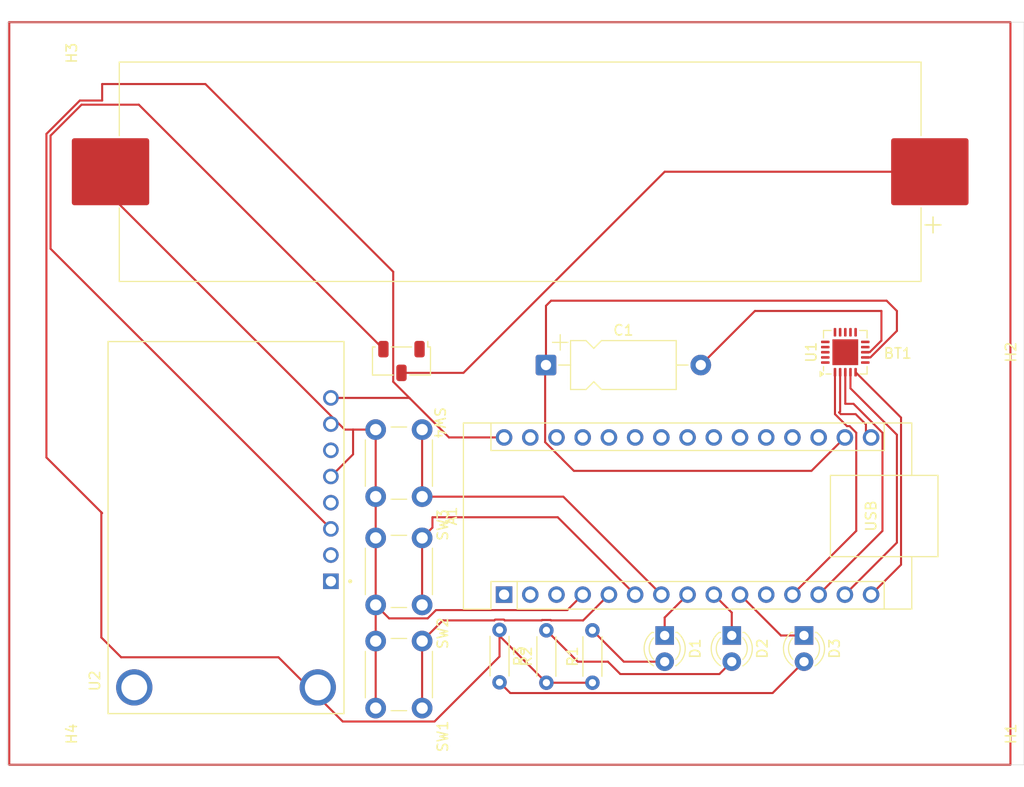
<source format=kicad_pcb>
(kicad_pcb (version 20241229) (generator "pcbnew") (generator_version "9.0")
  (layers (0 "F.Cu" signal) (2 "B.Cu" signal) (13 "F.Paste" user) (15 "B.Paste" user) (5 "F.SilkS" user "F.Silkscreen") (7 "B.SilkS" user "B.Silkscreen") (1 "F.Mask" user) (3 "B.Mask" user) (25 "Edge.Cuts" user))
  (net 0 "")
  (net 1 "Net-(A1-D5)")
  (net 2 "Net-(A1-D7)")
  (net 3 "Net-(A1-D11)")
  (net 9 "Net-(A1-D2)")
  (net 10 "Net-(A1-D12)")
  (net 13 "Net-(A1-D13)")
  (net 15 "Net-(A1-D6)")
  (net 17 "Net-(A1-D10)")
  (net 19 "Net-(A1-VIN)")
  (net 20 "Net-(A1-D3)")
  (net 22 "Net-(A1-3V3)")
  (net 25 "Net-(A1-D4)")
  (net 26 "Net-(A1-D9)")
  (net 29 "GND")
  (net 31 "Net-(BT1-+)")
  (net 32 "Net-(C1-Pad2)")
  (net 33 "Net-(D1-A)")
  (net 34 "Net-(D2-A)")
  (net 35 "Net-(D3-A)")
  (net 36 "Net-(SW4-A)")
  (footprint "Battery:BatteryHolder_Keystone_1042_1x18650" (layer "F.Cu") (at 146.69 77.5 180)
    (property "Reference" "BT1" (at -36.58 -17.615 0) (layer "F.SilkS"))
    (property "Value" "3.7V")
    (fp_line (start 38.84 3.5) (end 38.84 10.635) (stroke (width 0.12)) (layer "F.SilkS"))
    (fp_line (start 38.84 -10.635) (end 38.84 -3.5) (stroke (width 0.12)) (layer "F.SilkS"))
    (fp_line (start -38.84 10.635) (end 38.84 10.635) (stroke (width 0.12)) (layer "F.SilkS"))
    (fp_line (start -38.84 3.5) (end -38.84 10.635) (stroke (width 0.12)) (layer "F.SilkS"))
    (fp_line (start -38.84 -10.635) (end 38.84 -10.635) (stroke (width 0.12)) (layer "F.SilkS"))
    (fp_line (start -38.84 -10.635) (end -38.84 -3.5) (stroke (width 0.12)) (layer "F.SilkS"))
    (fp_text user "+" (at -40 -5 0) (layer "F.SilkS") (effects (font (size 2 2))))
    (pad "" np_thru_hole circle (at -36.13 -8 180) (size 2.39 2.39) (drill 2.39) (layers "*.Cu" "*.Mask"))
    (pad "" np_thru_hole circle (at -27.62 8 180) (size 3.45 3.45) (drill 3.45) (layers "*.Cu" "*.Mask"))
    (pad "" np_thru_hole circle (at 27.62 -8 180) (size 3.45 3.45) (drill 3.45) (layers "*.Cu" "*.Mask"))
    (pad "1" smd roundrect (at -39.69 0 180) (size 7.5 6.5) (layers "F.Cu" "F.Mask" "F.Paste") (roundrect_rratio 0.038462) (net 31 "Net-(BT1-+)"))
    (pad "2" smd roundrect (at 39.69 0 180) (size 7.5 6.5) (layers "F.Cu" "F.Mask" "F.Paste") (roundrect_rratio 0.038462) (net 29 "GND"))
  )
  (footprint "LED_THT:LED_D3.0mm" (layer "F.Cu") (at 167.19 122.46 -90)
    (property "Reference" "D2" (at 1.27 -2.96 90) (layer "F.SilkS"))
    (property "Value" "LED")
    (fp_line (start -0.29 1.08) (end -0.29 1.236) (stroke (width 0.12)) (layer "F.SilkS"))
    (fp_line (start -0.29 -1.236) (end -0.29 -1.08) (stroke (width 0.12)) (layer "F.SilkS"))
    (fp_arc (start 2.310961 1.08) (mid 1.27 1.5) (end 0.229039 1.08) (stroke (width 0.12)) (layer "F.SilkS"))
    (fp_arc (start 2.941437 1.08) (mid 1.36566 1.987699) (end -0.29 1.235516) (stroke (width 0.12)) (layer "F.SilkS"))
    (fp_arc (start 0.229039 -1.08) (mid 1.27 -1.5) (end 2.310961 -1.08) (stroke (width 0.12)) (layer "F.SilkS"))
    (fp_arc (start -0.29 -1.235516) (mid 1.36566 -1.987699) (end 2.941437 -1.08) (stroke (width 0.12)) (layer "F.SilkS"))
    (pad "1" thru_hole rect (at 0 0 270) (size 1.8 1.8) (drill 0.9) (layers "*.Cu" "*.Mask") (net 15 "Net-(A1-D6)"))
    (pad "2" thru_hole circle (at 2.54 0 270) (size 1.8 1.8) (drill 0.9) (layers "*.Cu" "*.Mask") (net 34 "Net-(D2-A)"))
  )
  (footprint "Button_Switch_SMD:Nidec_Copal_CAS-120A" (layer "F.Cu") (at 135.19 95.85 -90)
    (property "Reference" "SW4" (at 6 -3.7 270) (layer "F.SilkS"))
    (property "Value" "SW_Nidec_CAS-120A1")
    (fp_line (start -1.36 2.81) (end -1.36 2.55) (stroke (width 0.12)) (layer "F.SilkS"))
    (fp_line (start 1.35 2.81) (end -1.35 2.81) (stroke (width 0.12)) (layer "F.SilkS"))
    (fp_line (start 1.36 0.8) (end 1.36 2.81) (stroke (width 0.12)) (layer "F.SilkS"))
    (fp_line (start -1.36 -0.98) (end -1.36 0.98) (stroke (width 0.12)) (layer "F.SilkS"))
    (fp_line (start -1.36 -2.55) (end -1.9 -2.55) (stroke (width 0.12)) (layer "F.SilkS"))
    (fp_line (start -1.36 -2.55) (end -1.36 -2.8) (stroke (width 0.12)) (layer "F.SilkS"))
    (fp_line (start -1.36 -2.81) (end 1.36 -2.81) (stroke (width 0.12)) (layer "F.SilkS"))
    (fp_line (start 1.36 -2.81) (end 1.36 -0.8) (stroke (width 0.12)) (layer "F.SilkS"))
    (pad "1" smd roundrect (at -1.15 -1.75 180) (size 1 1.6) (layers "F.Cu" "F.Mask" "F.Paste"))
    (pad "2" smd roundrect (at 1.15 0 180) (size 1 1.6) (layers "F.Cu" "F.Mask" "F.Paste") (net 31 "Net-(BT1-+)"))
    (pad "3" smd roundrect (at -1.15 1.75 180) (size 1 1.6) (layers "F.Cu" "F.Mask" "F.Paste") (net 36 "Net-(SW4-A)"))
  )
  (footprint "Resistor_THT:R_Axial_DIN0204_L3.6mm_D1.6mm_P5.08mm_Horizontal" (layer "F.Cu") (at 149.23 127.04 90)
    (property "Reference" "R2" (at 2.54 -1.92 90) (layer "F.SilkS"))
    (property "Value" "330R")
    (fp_line (start 0.62 -0.92) (end 4.46 -0.92) (stroke (width 0.12)) (layer "F.SilkS"))
    (fp_line (start 0.62 0.92) (end 4.46 0.92) (stroke (width 0.12)) (layer "F.SilkS"))
    (pad "1" thru_hole circle (at 0 0 90) (size 1.4 1.4) (drill 0.7) (layers "*.Cu" "*.Mask") (net 19 "Net-(A1-VIN)"))
    (pad "2" thru_hole circle (at 5.08 0 90) (size 1.4 1.4) (drill 0.7) (layers "*.Cu" "*.Mask") (net 34 "Net-(D2-A)"))
  )
  (footprint "Capacitor_THT:CP_Axial_L10.0mm_D4.5mm_P15.00mm_Horizontal" (layer "F.Cu") (at 149.19 96.2425)
    (property "Reference" "C1" (at 7.5 -3.37 0) (layer "F.SilkS"))
    (property "Value" "10uf")
    (fp_line (start 0.63 -2.2) (end 2.13 -2.2) (stroke (width 0.12)) (layer "F.SilkS"))
    (fp_line (start 1.24 0) (end 2.38 0) (stroke (width 0.12)) (layer "F.SilkS"))
    (fp_line (start 1.38 -2.95) (end 1.38 -1.45) (stroke (width 0.12)) (layer "F.SilkS"))
    (fp_line (start 2.38 -2.37) (end 2.38 2.37) (stroke (width 0.12)) (layer "F.SilkS"))
    (fp_line (start 2.38 -2.37) (end 3.88 -2.37) (stroke (width 0.12)) (layer "F.SilkS"))
    (fp_line (start 2.38 2.37) (end 3.88 2.37) (stroke (width 0.12)) (layer "F.SilkS"))
    (fp_line (start 3.88 -2.37) (end 4.63 -1.62) (stroke (width 0.12)) (layer "F.SilkS"))
    (fp_line (start 3.88 2.37) (end 4.63 1.62) (stroke (width 0.12)) (layer "F.SilkS"))
    (fp_line (start 4.63 -1.62) (end 5.38 -2.37) (stroke (width 0.12)) (layer "F.SilkS"))
    (fp_line (start 4.63 1.62) (end 5.38 2.37) (stroke (width 0.12)) (layer "F.SilkS"))
    (fp_line (start 5.38 -2.37) (end 12.62 -2.37) (stroke (width 0.12)) (layer "F.SilkS"))
    (fp_line (start 5.38 2.37) (end 12.62 2.37) (stroke (width 0.12)) (layer "F.SilkS"))
    (fp_line (start 12.62 -2.37) (end 12.62 2.37) (stroke (width 0.12)) (layer "F.SilkS"))
    (fp_line (start 13.76 0) (end 12.62 0) (stroke (width 0.12)) (layer "F.SilkS"))
    (pad "1" thru_hole roundrect (at 0 0) (size 2 2) (drill 1) (layers "*.Cu" "*.Mask") (roundrect_rratio 0.125) (net 22 "Net-(A1-3V3)"))
    (pad "2" thru_hole circle (at 15 0) (size 2 2) (drill 1) (layers "*.Cu" "*.Mask") (net 32 "Net-(C1-Pad2)"))
  )
  (footprint "Button_Switch_THT:SW_PUSH_6mm_H5mm" (layer "F.Cu") (at 137.19 123 -90)
    (property "Reference" "SW1" (at 9.25 -2 90) (layer "F.SilkS"))
    (property "Value" "SW_Push")
    (fp_line (start 1 5.5) (end 5.5 5.5) (stroke (width 0.12)) (layer "F.SilkS"))
    (fp_line (start 6.75 3) (end 6.75 1.5) (stroke (width 0.12)) (layer "F.SilkS"))
    (fp_line (start -0.25 1.5) (end -0.25 3) (stroke (width 0.12)) (layer "F.SilkS"))
    (fp_line (start 5.5 -1) (end 1 -1) (stroke (width 0.12)) (layer "F.SilkS"))
    (pad "1" thru_hole circle (at 0 0) (size 2 2) (drill 1.1) (layers "*.Cu" "*.Mask") (net 9 "Net-(A1-D2)"))
    (pad "1" thru_hole circle (at 6.5 0) (size 2 2) (drill 1.1) (layers "*.Cu" "*.Mask") (net 9 "Net-(A1-D2)"))
    (pad "2" thru_hole circle (at 0 4.5) (size 2 2) (drill 1.1) (layers "*.Cu" "*.Mask") (net 29 "GND"))
    (pad "2" thru_hole circle (at 6.5 4.5) (size 2 2) (drill 1.1) (layers "*.Cu" "*.Mask") (net 29 "GND"))
  )
  (footprint "Button_Switch_THT:SW_PUSH_6mm_H5mm" (layer "F.Cu") (at 137.19 113 -90)
    (property "Reference" "SW2" (at 9.25 -2 90) (layer "F.SilkS"))
    (property "Value" "SW_Push")
    (fp_line (start 1 5.5) (end 5.5 5.5) (stroke (width 0.12)) (layer "F.SilkS"))
    (fp_line (start 6.75 3) (end 6.75 1.5) (stroke (width 0.12)) (layer "F.SilkS"))
    (fp_line (start -0.25 1.5) (end -0.25 3) (stroke (width 0.12)) (layer "F.SilkS"))
    (fp_line (start 5.5 -1) (end 1 -1) (stroke (width 0.12)) (layer "F.SilkS"))
    (pad "1" thru_hole circle (at 0 0) (size 2 2) (drill 1.1) (layers "*.Cu" "*.Mask") (net 20 "Net-(A1-D3)"))
    (pad "1" thru_hole circle (at 6.5 0) (size 2 2) (drill 1.1) (layers "*.Cu" "*.Mask") (net 20 "Net-(A1-D3)"))
    (pad "2" thru_hole circle (at 0 4.5) (size 2 2) (drill 1.1) (layers "*.Cu" "*.Mask") (net 29 "GND"))
    (pad "2" thru_hole circle (at 6.5 4.5) (size 2 2) (drill 1.1) (layers "*.Cu" "*.Mask") (net 29 "GND"))
  )
  (footprint "Button_Switch_THT:SW_PUSH_6mm_H5mm" (layer "F.Cu") (at 137.19 102.5 -90)
    (property "Reference" "SW3" (at 9.25 -2 90) (layer "F.SilkS"))
    (property "Value" "SW_Push")
    (fp_line (start 1 5.5) (end 5.5 5.5) (stroke (width 0.12)) (layer "F.SilkS"))
    (fp_line (start 6.75 3) (end 6.75 1.5) (stroke (width 0.12)) (layer "F.SilkS"))
    (fp_line (start -0.25 1.5) (end -0.25 3) (stroke (width 0.12)) (layer "F.SilkS"))
    (fp_line (start 5.5 -1) (end 1 -1) (stroke (width 0.12)) (layer "F.SilkS"))
    (pad "1" thru_hole circle (at 0 0) (size 2 2) (drill 1.1) (layers "*.Cu" "*.Mask") (net 25 "Net-(A1-D4)"))
    (pad "1" thru_hole circle (at 6.5 0) (size 2 2) (drill 1.1) (layers "*.Cu" "*.Mask") (net 25 "Net-(A1-D4)"))
    (pad "2" thru_hole circle (at 0 4.5) (size 2 2) (drill 1.1) (layers "*.Cu" "*.Mask") (net 29 "GND"))
    (pad "2" thru_hole circle (at 6.5 4.5) (size 2 2) (drill 1.1) (layers "*.Cu" "*.Mask") (net 29 "GND"))
  )
  (footprint "Package_DFN_QFN:QFN-20-1EP_4x4mm_P0.5mm_EP2.5x2.5mm" (layer "F.Cu") (at 178.19 95 90)
    (property "Reference" "U1" (at 0 -3.3 90) (layer "F.SilkS"))
    (property "Value" "NRF24L01")
    (fp_line (start 2.11 -2.11) (end 2.11 -1.385) (stroke (width 0.12)) (layer "F.SilkS"))
    (fp_line (start 1.385 -2.11) (end 2.11 -2.11) (stroke (width 0.12)) (layer "F.SilkS"))
    (fp_line (start -1.385 -2.11) (end -1.81 -2.11) (stroke (width 0.12)) (layer "F.SilkS"))
    (fp_line (start -2.11 -1.385) (end -2.11 -1.87) (stroke (width 0.12)) (layer "F.SilkS"))
    (fp_line (start 2.11 2.11) (end 2.11 1.385) (stroke (width 0.12)) (layer "F.SilkS"))
    (fp_line (start 1.385 2.11) (end 2.11 2.11) (stroke (width 0.12)) (layer "F.SilkS"))
    (fp_line (start -1.385 2.11) (end -2.11 2.11) (stroke (width 0.12)) (layer "F.SilkS"))
    (fp_line (start -2.11 2.11) (end -2.11 1.385) (stroke (width 0.12)) (layer "F.SilkS"))
    (fp_poly (pts (xy -2.11 -2.11) (xy -2.35 -2.44) (xy -1.87 -2.44)) (stroke (width 0.12)) (fill yes) (layer "F.SilkS"))
    (pad "1" smd roundrect (at -1.9375 -1 90) (size 0.825 0.25) (layers "F.Cu" "F.Mask" "F.Paste") (net 26 "Net-(A1-D9)"))
    (pad "2" smd roundrect (at -1.9375 -0.5 90) (size 0.825 0.25) (layers "F.Cu" "F.Mask" "F.Paste") (net 13 "Net-(A1-D13)"))
    (pad "3" smd roundrect (at -1.9375 0 90) (size 0.825 0.25) (layers "F.Cu" "F.Mask" "F.Paste") (net 17 "Net-(A1-D10)"))
    (pad "4" smd roundrect (at -1.9375 0.5 90) (size 0.825 0.25) (layers "F.Cu" "F.Mask" "F.Paste") (net 3 "Net-(A1-D11)"))
    (pad "5" smd roundrect (at -1.9375 1 90) (size 0.825 0.25) (layers "F.Cu" "F.Mask" "F.Paste") (net 10 "Net-(A1-D12)"))
    (pad "6" smd roundrect (at -1 1.9375 90) (size 0.25 0.825) (layers "F.Cu" "F.Mask" "F.Paste"))
    (pad "7" smd roundrect (at -0.5 1.9375 90) (size 0.25 0.825) (layers "F.Cu" "F.Mask" "F.Paste") (net 22 "Net-(A1-3V3)"))
    (pad "8" smd roundrect (at 0 1.9375 90) (size 0.25 0.825) (layers "F.Cu" "F.Mask" "F.Paste") (net 32 "Net-(C1-Pad2)"))
    (pad "9" smd roundrect (at 0.5 1.9375 90) (size 0.25 0.825) (layers "F.Cu" "F.Mask" "F.Paste"))
    (pad "10" smd roundrect (at 1 1.9375 90) (size 0.25 0.825) (layers "F.Cu" "F.Mask" "F.Paste"))
    (pad "11" smd roundrect (at 1.9375 1 90) (size 0.825 0.25) (layers "F.Cu" "F.Mask" "F.Paste"))
    (pad "12" smd roundrect (at 1.9375 0.5 90) (size 0.825 0.25) (layers "F.Cu" "F.Mask" "F.Paste"))
    (pad "13" smd roundrect (at 1.9375 0 90) (size 0.825 0.25) (layers "F.Cu" "F.Mask" "F.Paste"))
    (pad "14" smd roundrect (at 1.9375 -0.5 90) (size 0.825 0.25) (layers "F.Cu" "F.Mask" "F.Paste"))
    (pad "15" smd roundrect (at 1.9375 -1 90) (size 0.825 0.25) (layers "F.Cu" "F.Mask" "F.Paste"))
    (pad "16" smd roundrect (at 1 -1.9375 90) (size 0.25 0.825) (layers "F.Cu" "F.Mask" "F.Paste"))
    (pad "17" smd roundrect (at 0.5 -1.9375 90) (size 0.25 0.825) (layers "F.Cu" "F.Mask" "F.Paste"))
    (pad "18" smd roundrect (at 0 -1.9375 90) (size 0.25 0.825) (layers "F.Cu" "F.Mask" "F.Paste"))
    (pad "19" smd roundrect (at -0.5 -1.9375 90) (size 0.25 0.825) (layers "F.Cu" "F.Mask" "F.Paste"))
    (pad "20" smd roundrect (at -1 -1.9375 90) (size 0.25 0.825) (layers "F.Cu" "F.Mask" "F.Paste"))
    (pad "21" smd rect (at 0 0 90) (size 2.5 2.5) (property pad_prop_heatsink) (layers "F.Cu" "F.Mask"))
  )
  (footprint "MountingHole:MountingHole_2.1mm" (layer "F.Cu") (at 191.19 95 -90)
    (property "Reference" "H2" (at 0 -3.05 90) (layer "F.SilkS"))
    (property "Value" "MountingHole")
    (pad "" np_thru_hole circle (at 0 0 270) (size 2.1 2.1) (drill 2.1) (layers "*.Cu" "*.Mask"))
  )
  (footprint "LED_THT:LED_D3.0mm" (layer "F.Cu") (at 174.19 122.46 -90)
    (property "Reference" "D3" (at 1.27 -2.96 90) (layer "F.SilkS"))
    (property "Value" "LED")
    (fp_line (start -0.29 1.08) (end -0.29 1.236) (stroke (width 0.12)) (layer "F.SilkS"))
    (fp_line (start -0.29 -1.236) (end -0.29 -1.08) (stroke (width 0.12)) (layer "F.SilkS"))
    (fp_arc (start 2.310961 1.08) (mid 1.27 1.5) (end 0.229039 1.08) (stroke (width 0.12)) (layer "F.SilkS"))
    (fp_arc (start 2.941437 1.08) (mid 1.36566 1.987699) (end -0.29 1.235516) (stroke (width 0.12)) (layer "F.SilkS"))
    (fp_arc (start 0.229039 -1.08) (mid 1.27 -1.5) (end 2.310961 -1.08) (stroke (width 0.12)) (layer "F.SilkS"))
    (fp_arc (start -0.29 -1.235516) (mid 1.36566 -1.987699) (end 2.941437 -1.08) (stroke (width 0.12)) (layer "F.SilkS"))
    (pad "1" thru_hole rect (at 0 0 270) (size 1.8 1.8) (drill 0.9) (layers "*.Cu" "*.Mask") (net 2 "Net-(A1-D7)"))
    (pad "2" thru_hole circle (at 2.54 0 270) (size 1.8 1.8) (drill 0.9) (layers "*.Cu" "*.Mask") (net 35 "Net-(D3-A)"))
  )
  (footprint "MountingHole:MountingHole_2.1mm" (layer "F.Cu") (at 100.19 66 -90)
    (property "Reference" "H3" (at 0 -3.05 90) (layer "F.SilkS"))
    (property "Value" "MountingHole")
    (pad "" np_thru_hole circle (at 0 0 270) (size 2.1 2.1) (drill 2.1) (layers "*.Cu" "*.Mask"))
  )
  (footprint "MountingHole:MountingHole_2.1mm" (layer "F.Cu") (at 191.19 132 -90)
    (property "Reference" "H1" (at 0 -3.05 90) (layer "F.SilkS"))
    (property "Value" "MountingHole")
    (pad "" np_thru_hole circle (at 0 0 270) (size 2.1 2.1) (drill 2.1) (layers "*.Cu" "*.Mask"))
  )
  (footprint "2465:MODULE_2465" (layer "F.Cu") (at 118.19 112 90)
    (property "Reference" "U2" (at -14.859 -12.705 90) (layer "F.SilkS"))
    (property "Value" "2465")
    (fp_line (start 18.034 -11.43) (end 18.034 11.43) (stroke (width 0.127)) (layer "F.SilkS"))
    (fp_line (start -18.034 -11.43) (end 18.034 -11.43) (stroke (width 0.127)) (layer "F.SilkS"))
    (fp_line (start 18.034 11.43) (end -18.034 11.43) (stroke (width 0.127)) (layer "F.SilkS"))
    (fp_line (start -18.034 11.43) (end -18.034 -11.43) (stroke (width 0.127)) (layer "F.SilkS"))
    (fp_circle (center -5.207 12.03) (end -5.107 12.03) (stroke (width 0.2)) (fill no) (layer "F.SilkS"))
    (pad "1" thru_hole rect (at -5.207 10.16 90) (size 1.508 1.508) (drill 1) (layers "*.Cu" "*.Mask"))
    (pad "2" thru_hole circle (at -2.667 10.16 90) (size 1.508 1.508) (drill 1) (layers "*.Cu" "*.Mask"))
    (pad "3" thru_hole circle (at -0.127 10.16 90) (size 1.508 1.508) (drill 1) (layers "*.Cu" "*.Mask") (net 36 "Net-(SW4-A)"))
    (pad "4" thru_hole circle (at 2.413 10.16 90) (size 1.508 1.508) (drill 1) (layers "*.Cu" "*.Mask"))
    (pad "5" thru_hole circle (at 4.953 10.16 90) (size 1.508 1.508) (drill 1) (layers "*.Cu" "*.Mask") (net 29 "GND"))
    (pad "6" thru_hole circle (at 7.493 10.16 90) (size 1.508 1.508) (drill 1) (layers "*.Cu" "*.Mask"))
    (pad "7" thru_hole circle (at 10.033 10.16 90) (size 1.508 1.508) (drill 1) (layers "*.Cu" "*.Mask") (net 29 "GND"))
    (pad "8" thru_hole circle (at 12.573 10.16 90) (size 1.508 1.508) (drill 1) (layers "*.Cu" "*.Mask") (net 19 "Net-(A1-VIN)"))
    (pad "P1" thru_hole circle (at -15.494 8.89 90) (size 3.516 3.516) (drill 2.5) (layers "*.Cu" "*.Mask"))
    (pad "P2" thru_hole circle (at -15.494 -8.89 90) (size 3.516 3.516) (drill 2.5) (layers "*.Cu" "*.Mask"))
  )
  (footprint "MountingHole:MountingHole_2.1mm" (layer "F.Cu") (at 100.19 132 -90)
    (property "Reference" "H4" (at 0 -3.05 90) (layer "F.SilkS"))
    (property "Value" "MountingHole")
    (pad "" np_thru_hole circle (at 0 0 270) (size 2.1 2.1) (drill 2.1) (layers "*.Cu" "*.Mask"))
  )
  (footprint "LED_THT:LED_D3.0mm" (layer "F.Cu") (at 160.69 122.46 -90)
    (property "Reference" "D1" (at 1.27 -2.96 90) (layer "F.SilkS"))
    (property "Value" "LED")
    (fp_line (start -0.29 1.08) (end -0.29 1.236) (stroke (width 0.12)) (layer "F.SilkS"))
    (fp_line (start -0.29 -1.236) (end -0.29 -1.08) (stroke (width 0.12)) (layer "F.SilkS"))
    (fp_arc (start 2.310961 1.08) (mid 1.27 1.5) (end 0.229039 1.08) (stroke (width 0.12)) (layer "F.SilkS"))
    (fp_arc (start 2.941437 1.08) (mid 1.36566 1.987699) (end -0.29 1.235516) (stroke (width 0.12)) (layer "F.SilkS"))
    (fp_arc (start 0.229039 -1.08) (mid 1.27 -1.5) (end 2.310961 -1.08) (stroke (width 0.12)) (layer "F.SilkS"))
    (fp_arc (start -0.29 -1.235516) (mid 1.36566 -1.987699) (end 2.941437 -1.08) (stroke (width 0.12)) (layer "F.SilkS"))
    (pad "1" thru_hole rect (at 0 0 270) (size 1.8 1.8) (drill 0.9) (layers "*.Cu" "*.Mask") (net 1 "Net-(A1-D5)"))
    (pad "2" thru_hole circle (at 2.54 0 270) (size 1.8 1.8) (drill 0.9) (layers "*.Cu" "*.Mask") (net 33 "Net-(D1-A)"))
  )
  (footprint "Resistor_THT:R_Axial_DIN0204_L3.6mm_D1.6mm_P5.08mm_Horizontal" (layer "F.Cu") (at 144.69 121.92 -90)
    (property "Reference" "R3" (at 2.54 -1.92 90) (layer "F.SilkS"))
    (property "Value" "330R")
    (fp_line (start 0.62 0.92) (end 4.46 0.92) (stroke (width 0.12)) (layer "F.SilkS"))
    (fp_line (start 0.62 -0.92) (end 4.46 -0.92) (stroke (width 0.12)) (layer "F.SilkS"))
    (pad "1" thru_hole circle (at 0 0 270) (size 1.4 1.4) (drill 0.7) (layers "*.Cu" "*.Mask") (net 19 "Net-(A1-VIN)"))
    (pad "2" thru_hole circle (at 5.08 0 270) (size 1.4 1.4) (drill 0.7) (layers "*.Cu" "*.Mask") (net 35 "Net-(D3-A)"))
  )
  (footprint "Module:Arduino_Nano" (layer "F.Cu") (at 145.13 118.5 90)
    (property "Reference" "A1" (at 7.62 -5.08 90) (layer "F.SilkS"))
    (property "Value" "Arduino_Nano_v3.x")
    (fp_line (start 16.64 -3.94) (end -1.4 -3.94) (stroke (width 0.12)) (layer "F.SilkS"))
    (fp_line (start -1.4 -3.94) (end -1.4 -1.27) (stroke (width 0.12)) (layer "F.SilkS"))
    (fp_line (start 13.97 -1.27) (end 16.64 -1.27) (stroke (width 0.12)) (layer "F.SilkS"))
    (fp_line (start 13.97 -1.27) (end 13.97 36.83) (stroke (width 0.12)) (layer "F.SilkS"))
    (fp_line (start 1.27 -1.27) (end -1.4 -1.27) (stroke (width 0.12)) (layer "F.SilkS"))
    (fp_line (start 1.27 1.27) (end 1.27 -1.27) (stroke (width 0.12)) (layer "F.SilkS"))
    (fp_line (start 1.27 1.27) (end -1.4 1.27) (stroke (width 0.12)) (layer "F.SilkS"))
    (fp_line (start 1.27 1.27) (end 1.27 36.83) (stroke (width 0.12)) (layer "F.SilkS"))
    (fp_line (start -1.4 1.27) (end -1.4 39.5) (stroke (width 0.12)) (layer "F.SilkS"))
    (fp_line (start 11.56 31.62) (end 11.56 42.04) (stroke (width 0.12)) (layer "F.SilkS"))
    (fp_line (start 3.68 31.62) (end 11.56 31.62) (stroke (width 0.12)) (layer "F.SilkS"))
    (fp_line (start 13.97 36.83) (end 16.64 36.83) (stroke (width 0.12)) (layer "F.SilkS"))
    (fp_line (start 1.27 36.83) (end -1.4 36.83) (stroke (width 0.12)) (layer "F.SilkS"))
    (fp_line (start 16.64 39.5) (end 16.64 -3.94) (stroke (width 0.12)) (layer "F.SilkS"))
    (fp_line (start 16.64 39.5) (end 11.56 39.5) (stroke (width 0.12)) (layer "F.SilkS"))
    (fp_line (start -1.4 39.5) (end 3.68 39.5) (stroke (width 0.12)) (layer "F.SilkS"))
    (fp_line (start 11.56 42.04) (end 3.68 42.04) (stroke (width 0.12)) (layer "F.SilkS"))
    (fp_line (start 3.68 42.04) (end 3.68 31.62) (stroke (width 0.12)) (layer "F.SilkS"))
    (fp_text user "USB" (at 7.62 35.56 90) (layer "F.SilkS"))
    (pad "1" thru_hole rect (at 0 0 90) (size 1.6 1.6) (drill 1) (layers "*.Cu" "*.Mask"))
    (pad "2" thru_hole oval (at 0 2.54 90) (size 1.6 1.6) (drill 1) (layers "*.Cu" "*.Mask"))
    (pad "3" thru_hole oval (at 0 5.08 90) (size 1.6 1.6) (drill 1) (layers "*.Cu" "*.Mask"))
    (pad "4" thru_hole oval (at 0 7.62 90) (size 1.6 1.6) (drill 1) (layers "*.Cu" "*.Mask") (net 29 "GND"))
    (pad "5" thru_hole oval (at 0 10.16 90) (size 1.6 1.6) (drill 1) (layers "*.Cu" "*.Mask") (net 9 "Net-(A1-D2)"))
    (pad "6" thru_hole oval (at 0 12.7 90) (size 1.6 1.6) (drill 1) (layers "*.Cu" "*.Mask") (net 20 "Net-(A1-D3)"))
    (pad "7" thru_hole oval (at 0 15.24 90) (size 1.6 1.6) (drill 1) (layers "*.Cu" "*.Mask") (net 25 "Net-(A1-D4)"))
    (pad "8" thru_hole oval (at 0 17.78 90) (size 1.6 1.6) (drill 1) (layers "*.Cu" "*.Mask") (net 1 "Net-(A1-D5)"))
    (pad "9" thru_hole oval (at 0 20.32 90) (size 1.6 1.6) (drill 1) (layers "*.Cu" "*.Mask") (net 15 "Net-(A1-D6)"))
    (pad "10" thru_hole oval (at 0 22.86 90) (size 1.6 1.6) (drill 1) (layers "*.Cu" "*.Mask") (net 2 "Net-(A1-D7)"))
    (pad "11" thru_hole oval (at 0 25.4 90) (size 1.6 1.6) (drill 1) (layers "*.Cu" "*.Mask"))
    (pad "12" thru_hole oval (at 0 27.94 90) (size 1.6 1.6) (drill 1) (layers "*.Cu" "*.Mask") (net 26 "Net-(A1-D9)"))
    (pad "13" thru_hole oval (at 0 30.48 90) (size 1.6 1.6) (drill 1) (layers "*.Cu" "*.Mask") (net 17 "Net-(A1-D10)"))
    (pad "14" thru_hole oval (at 0 33.02 90) (size 1.6 1.6) (drill 1) (layers "*.Cu" "*.Mask") (net 3 "Net-(A1-D11)"))
    (pad "15" thru_hole oval (at 0 35.56 90) (size 1.6 1.6) (drill 1) (layers "*.Cu" "*.Mask") (net 10 "Net-(A1-D12)"))
    (pad "16" thru_hole oval (at 15.24 35.56 90) (size 1.6 1.6) (drill 1) (layers "*.Cu" "*.Mask") (net 13 "Net-(A1-D13)"))
    (pad "17" thru_hole oval (at 15.24 33.02 90) (size 1.6 1.6) (drill 1) (layers "*.Cu" "*.Mask") (net 22 "Net-(A1-3V3)"))
    (pad "18" thru_hole oval (at 15.24 30.48 90) (size 1.6 1.6) (drill 1) (layers "*.Cu" "*.Mask"))
    (pad "19" thru_hole oval (at 15.24 27.94 90) (size 1.6 1.6) (drill 1) (layers "*.Cu" "*.Mask"))
    (pad "20" thru_hole oval (at 15.24 25.4 90) (size 1.6 1.6) (drill 1) (layers "*.Cu" "*.Mask"))
    (pad "21" thru_hole oval (at 15.24 22.86 90) (size 1.6 1.6) (drill 1) (layers "*.Cu" "*.Mask"))
    (pad "22" thru_hole oval (at 15.24 20.32 90) (size 1.6 1.6) (drill 1) (layers "*.Cu" "*.Mask"))
    (pad "23" thru_hole oval (at 15.24 17.78 90) (size 1.6 1.6) (drill 1) (layers "*.Cu" "*.Mask"))
    (pad "24" thru_hole oval (at 15.24 15.24 90) (size 1.6 1.6) (drill 1) (layers "*.Cu" "*.Mask"))
    (pad "25" thru_hole oval (at 15.24 12.7 90) (size 1.6 1.6) (drill 1) (layers "*.Cu" "*.Mask"))
    (pad "26" thru_hole oval (at 15.24 10.16 90) (size 1.6 1.6) (drill 1) (layers "*.Cu" "*.Mask"))
    (pad "27" thru_hole oval (at 15.24 7.62 90) (size 1.6 1.6) (drill 1) (layers "*.Cu" "*.Mask"))
    (pad "28" thru_hole oval (at 15.24 5.08 90) (size 1.6 1.6) (drill 1) (layers "*.Cu" "*.Mask"))
    (pad "29" thru_hole oval (at 15.24 2.54 90) (size 1.6 1.6) (drill 1) (layers "*.Cu" "*.Mask"))
    (pad "30" thru_hole oval (at 15.24 0 90) (size 1.6 1.6) (drill 1) (layers "*.Cu" "*.Mask") (net 19 "Net-(A1-VIN)"))
  )
  (footprint "Resistor_THT:R_Axial_DIN0204_L3.6mm_D1.6mm_P5.08mm_Horizontal" (layer "F.Cu") (at 153.69 127.04 90)
    (property "Reference" "R1" (at 2.54 -1.92 90) (layer "F.SilkS"))
    (property "Value" "330R")
    (fp_line (start 0.62 -0.92) (end 4.46 -0.92) (stroke (width 0.12)) (layer "F.SilkS"))
    (fp_line (start 0.62 0.92) (end 4.46 0.92) (stroke (width 0.12)) (layer "F.SilkS"))
    (pad "1" thru_hole circle (at 0 0 90) (size 1.4 1.4) (drill 0.7) (layers "*.Cu" "*.Mask") (net 19 "Net-(A1-VIN)"))
    (pad "2" thru_hole circle (at 5.08 0 90) (size 1.4 1.4) (drill 0.7) (layers "*.Cu" "*.Mask") (net 33 "Net-(D1-A)"))
  )
  (gr_rect (start 97.19 63) (end 194.19 135) (stroke (width 0.2)) (fill no) (layer "F.Cu"))
  (gr_rect (start 97 63) (end 195.5 135) (stroke (width 0.05)) (fill no) (layer "Edge.Cuts"))
  (segment (start 160.69 120.72) (end 162.91 118.5) (width 0.2) (layer "F.Cu") (net 1))
  (segment (start 160.69 122.46) (end 160.69 120.72) (width 0.2) (layer "F.Cu") (net 1))
  (segment (start 171.95 122.46) (end 167.99 118.5) (width 0.2) (layer "F.Cu") (net 2))
  (segment (start 174.19 122.46) (end 171.95 122.46) (width 0.2) (layer "F.Cu") (net 2))
  (segment (start 183.19 113.46) (end 183.19 103) (width 0.2) (layer "F.Cu") (net 3))
  (segment (start 183.19 103) (end 178.69 98.5) (width 0.2) (layer "F.Cu") (net 3))
  (segment (start 178.69 98.5) (end 178.69 96.9375) (width 0.2) (layer "F.Cu") (net 3))
  (segment (start 178.15 118.5) (end 183.19 113.46) (width 0.2) (layer "F.Cu") (net 3))
  (segment (start 145.104628 120.919) (end 144.275372 120.919) (width 0.2) (layer "F.Cu") (net 9))
  (segment (start 139.19 121) (end 137.19 123) (width 0.2) (layer "F.Cu") (net 9))
  (segment (start 152.79 121) (end 149.685628 121) (width 0.2) (layer "F.Cu") (net 9))
  (segment (start 145.185628 121) (end 145.104628 120.919) (width 0.2) (layer "F.Cu") (net 9))
  (segment (start 144.194372 121) (end 139.19 121) (width 0.2) (layer "F.Cu") (net 9))
  (segment (start 149.644628 120.959) (end 148.815372 120.959) (width 0.2) (layer "F.Cu") (net 9))
  (segment (start 149.685628 121) (end 149.644628 120.959) (width 0.2) (layer "F.Cu") (net 9))
  (segment (start 137.19 123) (end 137.19 129.5) (width 0.2) (layer "F.Cu") (net 9))
  (segment (start 144.275372 120.919) (end 144.194372 121) (width 0.2) (layer "F.Cu") (net 9))
  (segment (start 148.815372 120.959) (end 148.774372 121) (width 0.2) (layer "F.Cu") (net 9))
  (segment (start 155.29 118.5) (end 152.79 121) (width 0.2) (layer "F.Cu") (net 9))
  (segment (start 148.774372 121) (end 145.185628 121) (width 0.2) (layer "F.Cu") (net 9))
  (segment (start 183.591 101.3385) (end 179.19 96.9375) (width 0.2) (layer "F.Cu") (net 10))
  (segment (start 180.69 118.5) (end 183.591 115.599) (width 0.2) (layer "F.Cu") (net 10))
  (segment (start 183.591 115.599) (end 183.591 101.3385) (width 0.2) (layer "F.Cu") (net 10))
  (segment (start 180.19 102.76) (end 180.19 102) (width 0.2) (layer "F.Cu") (net 13))
  (segment (start 179.19 101) (end 177.7571 101) (width 0.2) (layer "F.Cu") (net 13))
  (segment (start 177.591 100.8339) (end 177.69 100.7349) (width 0.2) (layer "F.Cu") (net 13))
  (segment (start 180.19 102) (end 179.19 101) (width 0.2) (layer "F.Cu") (net 13))
  (segment (start 177.69 100.7349) (end 177.69 96.9375) (width 0.2) (layer "F.Cu") (net 13))
  (segment (start 180.69 103.26) (end 180.19 102.76) (width 0.2) (layer "F.Cu") (net 13))
  (segment (start 177.7571 101) (end 177.591 100.8339) (width 0.2) (layer "F.Cu") (net 13))
  (segment (start 167.19 120.24) (end 165.45 118.5) (width 0.2) (layer "F.Cu") (net 15))
  (segment (start 167.19 122.46) (end 167.19 120.24) (width 0.2) (layer "F.Cu") (net 15))
  (segment (start 178.19 100) (end 178.19 96.9375) (width 0.2) (layer "F.Cu") (net 17))
  (segment (start 181.791 102.80395) (end 178.98705 100) (width 0.2) (layer "F.Cu") (net 17))
  (segment (start 178.98705 100) (end 178.19 100) (width 0.2) (layer "F.Cu") (net 17))
  (segment (start 175.61 118.5) (end 181.791 112.319) (width 0.2) (layer "F.Cu") (net 17))
  (segment (start 181.791 112.319) (end 181.791 102.80395) (width 0.2) (layer "F.Cu") (net 17))
  (segment (start 175.61 118.5) (end 175.61 119.08) (width 0.2) (layer "F.Cu") (net 17))
  (segment (start 144.69 121.92) (end 144.69 124.5) (width 0.2) (layer "F.Cu") (net 19))
  (segment (start 139.789892 103.26) (end 136.014946 99.485054) (width 0.2) (layer "F.Cu") (net 19))
  (segment (start 135.956892 99.427) (end 136.014946 99.485054) (width 0.2) (layer "F.Cu") (net 19))
  (segment (start 116.19 69) (end 106.19 69) (width 0.2) (layer "F.Cu") (net 19))
  (segment (start 134.389 97.859108) (end 134.389 87.199) (width 0.2) (layer "F.Cu") (net 19))
  (segment (start 108.03 124.573) (end 123.27 124.573) (width 0.2) (layer "F.Cu") (net 19))
  (segment (start 104.0239 70.599) (end 100.789 73.8339) (width 0.2) (layer "F.Cu") (net 19))
  (segment (start 145.13 103.26) (end 139.789892 103.26) (width 0.2) (layer "F.Cu") (net 19))
  (segment (start 108.03 124.573) (end 106.10995 122.65295) (width 0.2) (layer "F.Cu") (net 19))
  (segment (start 106.19 69) (end 106.19 70.599) (width 0.2) (layer "F.Cu") (net 19))
  (segment (start 106.10995 122.65295) (end 106.10995 110.52005) (width 0.2) (layer "F.Cu") (net 19))
  (segment (start 106.10995 110.52005) (end 106.19 110.6001) (width 0.2) (layer "F.Cu") (net 19))
  (segment (start 136.014946 99.485054) (end 134.389 97.859108) (width 0.2) (layer "F.Cu") (net 19))
  (segment (start 128.35 99.427) (end 135.956892 99.427) (width 0.2) (layer "F.Cu") (net 19))
  (segment (start 123.27 124.573) (end 129.498 130.801) (width 0.2) (layer "F.Cu") (net 19))
  (segment (start 149.23 127.04) (end 144.69 122.5) (width 0.2) (layer "F.Cu") (net 19))
  (segment (start 149.23 127.04) (end 153.69 127.04) (width 0.2) (layer "F.Cu") (net 19))
  (segment (start 144.69 124.5) (end 138.389 130.801) (width 0.2) (layer "F.Cu") (net 19))
  (segment (start 138.389 130.801) (end 129.498 130.801) (width 0.2) (layer "F.Cu") (net 19))
  (segment (start 100.789 73.8339) (end 100.789 105.1991) (width 0.2) (layer "F.Cu") (net 19))
  (segment (start 100.789 105.1991) (end 106.10995 110.52005) (width 0.2) (layer "F.Cu") (net 19))
  (segment (start 134.389 87.199) (end 116.19 69) (width 0.2) (layer "F.Cu") (net 19))
  (segment (start 106.19 70.599) (end 104.0239 70.599) (width 0.2) (layer "F.Cu") (net 19))
  (segment (start 144.69 122.5) (end 144.69 121.92) (width 0.2) (layer "F.Cu") (net 19))
  (segment (start 137.19 119.5) (end 137.19 120) (width 0.2) (layer "F.Cu") (net 20))
  (segment (start 157.83 118.5) (end 150.33 111) (width 0.2) (layer "F.Cu") (net 20))
  (segment (start 150.33 111) (end 138.19 111) (width 0.2) (layer "F.Cu") (net 20))
  (segment (start 138.19 111) (end 138.19 112) (width 0.2) (layer "F.Cu") (net 20))
  (segment (start 137.19 113) (end 137.19 119.5) (width 0.2) (layer "F.Cu") (net 20))
  (segment (start 138.19 112) (end 137.19 113) (width 0.2) (layer "F.Cu") (net 20))
  (segment (start 149.19 96.2425) (end 149.109 96.3235) (width 0.2) (layer "F.Cu") (net 22))
  (segment (start 149.19 96.2425) (end 149.19 90.5) (width 0.2) (layer "F.Cu") (net 22))
  (segment (start 183.19 91) (end 183.19 92.932898) (width 0.2) (layer "F.Cu") (net 22))
  (segment (start 149.19 90.5) (end 149.69 90) (width 0.2) (layer "F.Cu") (net 22))
  (segment (start 183.19 92.932898) (end 180.622898 95.5) (width 0.2) (layer "F.Cu") (net 22))
  (segment (start 149.109 103.71605) (end 151.89295 106.5) (width 0.2) (layer "F.Cu") (net 22))
  (segment (start 151.89295 106.5) (end 174.91 106.5) (width 0.2) (layer "F.Cu") (net 22))
  (segment (start 149.69 90) (end 182.19 90) (width 0.2) (layer "F.Cu") (net 22))
  (segment (start 180.622898 95.5) (end 180.1275 95.5) (width 0.2) (layer "F.Cu") (net 22))
  (segment (start 174.91 106.5) (end 178.15 103.26) (width 0.2) (layer "F.Cu") (net 22))
  (segment (start 182.19 90) (end 183.19 91) (width 0.2) (layer "F.Cu") (net 22))
  (segment (start 149.109 96.3235) (end 149.109 103.71605) (width 0.2) (layer "F.Cu") (net 22))
  (segment (start 150.87 109) (end 137.19 109) (width 0.2) (layer "F.Cu") (net 25))
  (segment (start 137.19 102.5) (end 137.19 109) (width 0.2) (layer "F.Cu") (net 25))
  (segment (start 160.37 118.5) (end 150.87 109) (width 0.2) (layer "F.Cu") (net 25))
  (segment (start 173.07 118.5) (end 179.251 112.319) (width 0.2) (layer "F.Cu") (net 26))
  (segment (start 177.19 101) (end 177.19 96.9375) (width 0.2) (layer "F.Cu") (net 26))
  (segment (start 178.349 102.159) (end 177.19 101) (width 0.2) (layer "F.Cu") (net 26))
  (segment (start 178.60605 102.159) (end 178.349 102.159) (width 0.2) (layer "F.Cu") (net 26))
  (segment (start 179.251 102.80395) (end 178.60605 102.159) (width 0.2) (layer "F.Cu") (net 26))
  (segment (start 179.251 112.319) (end 179.251 102.80395) (width 0.2) (layer "F.Cu") (net 26))
  (segment (start 132.69 113) (end 132.69 109) (width 0.2) (layer "F.Cu") (net 29))
  (segment (start 106.975 77.525) (end 107 77.5) (width 0.2) (layer "F.Cu") (net 29))
  (segment (start 128.35 107.047) (end 130.5 104.897) (width 0.2) (layer "F.Cu") (net 29))
  (segment (start 129.69 102.5) (end 107 79.81) (width 0.2) (layer "F.Cu") (net 29))
  (segment (start 132.69 129.5) (end 132.69 123) (width 0.2) (layer "F.Cu") (net 29))
  (segment (start 132.69 119.5) (end 132.19 119) (width 0.2) (layer "F.Cu") (net 29))
  (segment (start 133.991 120.801) (end 132.69 119.5) (width 0.2) (layer "F.Cu") (net 29))
  (segment (start 152.75 118.5) (end 151.25 120) (width 0.2) (layer "F.Cu") (net 29))
  (segment (start 132.69 102.5) (end 130.5 102.5) (width 0.2) (layer "F.Cu") (net 29))
  (segment (start 151.25 120) (end 138.529892 120) (width 0.2) (layer "F.Cu") (net 29))
  (segment (start 138.529892 120) (end 137.728892 120.801) (width 0.2) (layer "F.Cu") (net 29))
  (segment (start 130.5 102.5) (end 129.69 102.5) (width 0.2) (layer "F.Cu") (net 29))
  (segment (start 132.69 119.5) (end 132.69 113) (width 0.2) (layer "F.Cu") (net 29))
  (segment (start 137.728892 120.801) (end 133.991 120.801) (width 0.2) (layer "F.Cu") (net 29))
  (segment (start 130.5 104.897) (end 130.5 102.5) (width 0.2) (layer "F.Cu") (net 29))
  (segment (start 132.69 109) (end 132.69 102.5) (width 0.2) (layer "F.Cu") (net 29))
  (segment (start 107 79.81) (end 107 77.5) (width 0.2) (layer "F.Cu") (net 29))
  (segment (start 132.69 119.5) (end 132.69 123) (width 0.2) (layer "F.Cu") (net 29))
  (segment (start 160.69 77.5) (end 141.19 97) (width 0.2) (layer "F.Cu") (net 31))
  (segment (start 186.38 77.5) (end 160.69 77.5) (width 0.2) (layer "F.Cu") (net 31))
  (segment (start 141.19 97) (end 135.19 97) (width 0.2) (layer "F.Cu") (net 31))
  (segment (start 164.19 96.2425) (end 169.4325 91) (width 0.2) (layer "F.Cu") (net 32))
  (segment (start 181.69 93.865798) (end 180.555798 95) (width 0.2) (layer "F.Cu") (net 32))
  (segment (start 180.555798 95) (end 180.1275 95) (width 0.2) (layer "F.Cu") (net 32))
  (segment (start 169.4325 91) (end 181.69 91) (width 0.2) (layer "F.Cu") (net 32))
  (segment (start 181.69 91) (end 181.69 93.865798) (width 0.2) (layer "F.Cu") (net 32))
  (segment (start 153.69 121.96) (end 156.73 125) (width 0.2) (layer "F.Cu") (net 33))
  (segment (start 156.73 125) (end 160.69 125) (width 0.2) (layer "F.Cu") (net 33))
  (segment (start 152.27 125) (end 155.19 125) (width 0.2) (layer "F.Cu") (net 34))
  (segment (start 155.19 125) (end 156.391 126.201) (width 0.2) (layer "F.Cu") (net 34))
  (segment (start 156.391 126.201) (end 165.989 126.201) (width 0.2) (layer "F.Cu") (net 34))
  (segment (start 149.23 121.96) (end 152.27 125) (width 0.2) (layer "F.Cu") (net 34))
  (segment (start 165.989 126.201) (end 167.19 125) (width 0.2) (layer "F.Cu") (net 34))
  (segment (start 171.149 128.041) (end 174.19 125) (width 0.2) (layer "F.Cu") (net 35))
  (segment (start 144.69 127) (end 145.731 128.041) (width 0.2) (layer "F.Cu") (net 35))
  (segment (start 145.731 128.041) (end 171.149 128.041) (width 0.2) (layer "F.Cu") (net 35))
  (segment (start 109.74 71) (end 104.19 71) (width 0.2) (layer "F.Cu") (net 36))
  (segment (start 104.19 71) (end 101.19 74) (width 0.2) (layer "F.Cu") (net 36))
  (segment (start 128.35 112.127) (end 101.19 84.967) (width 0.2) (layer "F.Cu") (net 36))
  (segment (start 101.19 84.967) (end 101.19 74) (width 0.2) (layer "F.Cu") (net 36))
  (segment (start 133.44 94.7) (end 109.74 71) (width 0.2) (layer "F.Cu") (net 36))
)
</source>
